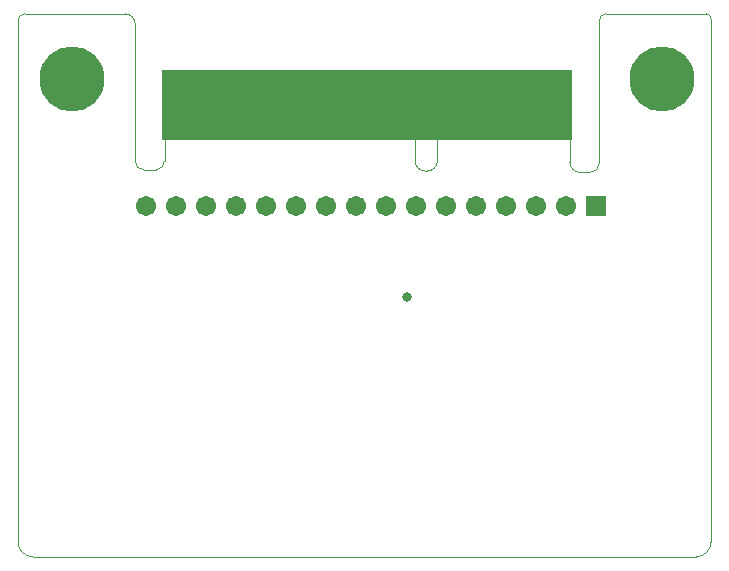
<source format=gbs>
G04*
G04 #@! TF.GenerationSoftware,Altium Limited,Altium Designer,22.0.2 (36)*
G04*
G04 Layer_Color=16711935*
%FSLAX25Y25*%
%MOIN*%
G70*
G04*
G04 #@! TF.SameCoordinates,DCB022B7-7615-43C5-B040-C09427D0DDE0*
G04*
G04*
G04 #@! TF.FilePolarity,Negative*
G04*
G01*
G75*
%ADD11C,0.00394*%
%ADD15C,0.00397*%
%ADD21R,1.37008X0.23524*%
%ADD26R,0.03556X0.17335*%
%ADD27R,0.03556X0.17335*%
%ADD28R,0.06706X0.06706*%
%ADD29C,0.06706*%
%ADD30C,0.21666*%
%ADD31C,0.02200*%
%ADD32C,0.03200*%
D11*
X39933Y328964D02*
G03*
X36614Y332283I-3319J0D01*
G01*
X3150Y332283D02*
G03*
X886Y330020I0J-2264D01*
G01*
X231886Y327354D02*
G03*
X231890Y327358I0J4D01*
G01*
Y330709D02*
G03*
X230315Y332283I-1575J0D01*
G01*
X196850D02*
G03*
X194658Y330091I0J-2193D01*
G01*
X3150Y332283D02*
X36614D01*
X39933Y290010D02*
Y328964D01*
X886Y325854D02*
Y330020D01*
X196850Y332283D02*
X230315D01*
X194658Y282453D02*
Y330091D01*
X184815Y282902D02*
Y290144D01*
X39933Y283208D02*
Y290010D01*
X49776Y283240D02*
Y290010D01*
X142689Y312634D02*
X182846D01*
X184815Y290144D02*
Y310665D01*
X49776Y290010D02*
Y310665D01*
X51744Y312634D01*
X131272D02*
X133240Y310665D01*
X140720D02*
X142689Y312634D01*
X182846D02*
X184815Y310665D01*
X51744Y312634D02*
X131272D01*
X133240Y283303D02*
Y310665D01*
X140720Y283303D02*
Y310665D01*
D15*
X191605Y279400D02*
G03*
X194658Y282453I0J3053D01*
G01*
X184815Y282902D02*
G03*
X188317Y279400I3501J0D01*
G01*
X137317Y279900D02*
G03*
X140720Y283303I0J3403D01*
G01*
X133240D02*
G03*
X136643Y279900I3403J0D01*
G01*
X46835Y280300D02*
G03*
X49776Y283240I0J2940D01*
G01*
X39933Y283208D02*
G03*
X42841Y280300I2908J0D01*
G01*
X886Y156300D02*
G03*
X5886Y151300I5000J0D01*
G01*
X226890D02*
G03*
X231890Y156300I0J5000D01*
G01*
X42841Y280300D02*
X46835D01*
X188317Y279400D02*
X191605D01*
X136643Y279900D02*
X137317D01*
X886Y156300D02*
Y325854D01*
X5886Y151300D02*
X89300D01*
X226890D01*
X231886Y330709D02*
X231886Y156296D01*
D21*
X117295Y301856D02*
D03*
D26*
X107453Y298854D02*
D03*
X123201D02*
D03*
X166508D02*
D03*
X174382D02*
D03*
X146823D02*
D03*
X158634D02*
D03*
X162571D02*
D03*
X119264D02*
D03*
X131075D02*
D03*
X154697D02*
D03*
X142886D02*
D03*
X170445D02*
D03*
X178319D02*
D03*
X127138D02*
D03*
X115327D02*
D03*
X150760D02*
D03*
X111390D02*
D03*
X79894D02*
D03*
X99579D02*
D03*
X60209D02*
D03*
X87768D02*
D03*
X95642D02*
D03*
X68083D02*
D03*
X56272D02*
D03*
X72020D02*
D03*
X75957D02*
D03*
X64146D02*
D03*
X52335D02*
D03*
X103516D02*
D03*
X91705D02*
D03*
X83831D02*
D03*
D27*
X182256D02*
D03*
D28*
X193500Y268200D02*
D03*
D29*
X183500D02*
D03*
X173500D02*
D03*
X163500D02*
D03*
X153500D02*
D03*
X143500D02*
D03*
X133500D02*
D03*
X123500D02*
D03*
X113500D02*
D03*
X103500D02*
D03*
X93500D02*
D03*
X83500D02*
D03*
X73500D02*
D03*
X63500D02*
D03*
X53500D02*
D03*
X43500D02*
D03*
D30*
X215721Y310665D02*
D03*
X18870D02*
D03*
D31*
X215721Y302445D02*
D03*
X209908Y304852D02*
D03*
X207500Y310665D02*
D03*
X209908Y316478D02*
D03*
X215721Y318886D02*
D03*
D03*
X221533Y316478D02*
D03*
X223941Y310665D02*
D03*
X221533Y304852D02*
D03*
X18870Y302445D02*
D03*
X13057Y304852D02*
D03*
X10649Y310665D02*
D03*
X13057Y316478D02*
D03*
X18870Y318886D02*
D03*
D03*
X24683Y316478D02*
D03*
X27091Y310665D02*
D03*
X24683Y304852D02*
D03*
D32*
X130482Y237754D02*
D03*
M02*

</source>
